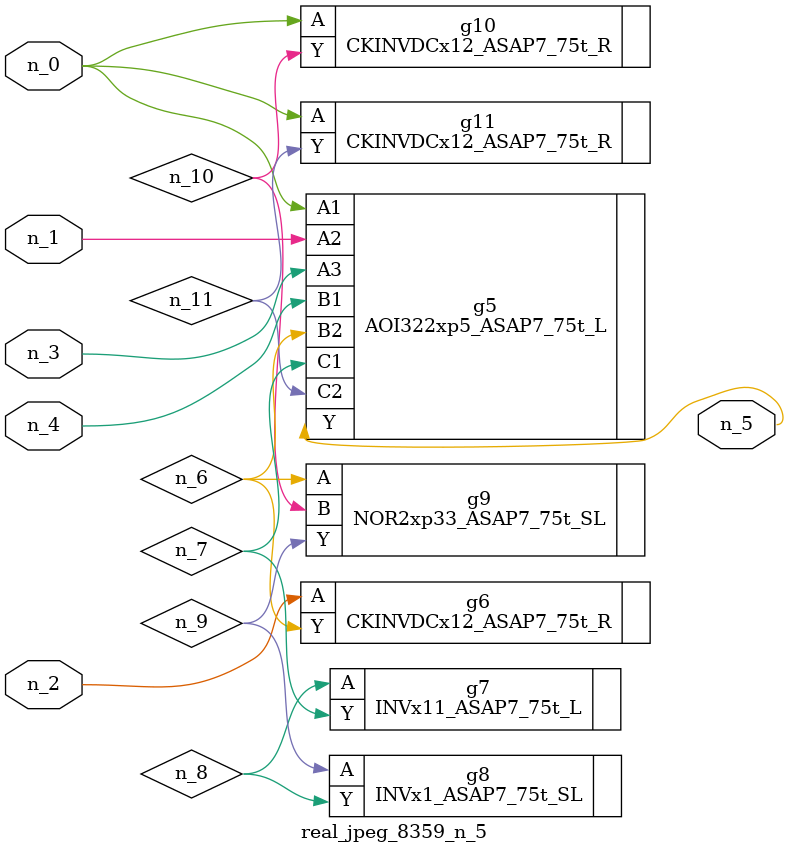
<source format=v>
module real_jpeg_8359_n_5 (n_4, n_0, n_1, n_2, n_3, n_5);

input n_4;
input n_0;
input n_1;
input n_2;
input n_3;

output n_5;

wire n_8;
wire n_11;
wire n_6;
wire n_7;
wire n_10;
wire n_9;

AOI322xp5_ASAP7_75t_L g5 ( 
.A1(n_0),
.A2(n_1),
.A3(n_3),
.B1(n_4),
.B2(n_6),
.C1(n_7),
.C2(n_11),
.Y(n_5)
);

CKINVDCx12_ASAP7_75t_R g10 ( 
.A(n_0),
.Y(n_10)
);

CKINVDCx12_ASAP7_75t_R g11 ( 
.A(n_0),
.Y(n_11)
);

CKINVDCx12_ASAP7_75t_R g6 ( 
.A(n_2),
.Y(n_6)
);

NOR2xp33_ASAP7_75t_SL g9 ( 
.A(n_6),
.B(n_10),
.Y(n_9)
);

INVx11_ASAP7_75t_L g7 ( 
.A(n_8),
.Y(n_7)
);

INVx1_ASAP7_75t_SL g8 ( 
.A(n_9),
.Y(n_8)
);


endmodule
</source>
